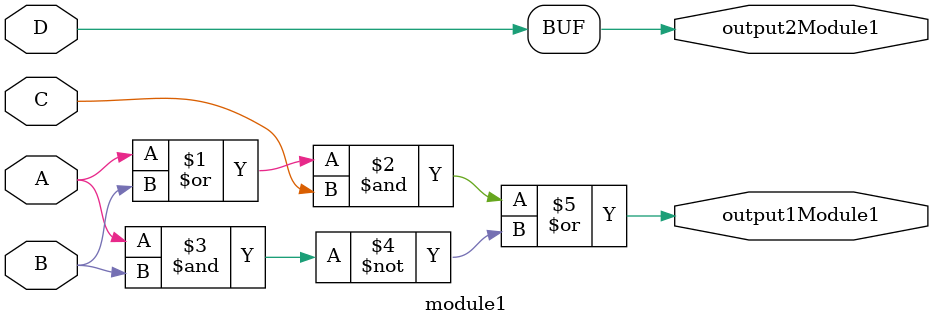
<source format=v>
module module1(A, B, C, D, output1Module1, output2Module1);

    input A, B, C, D;
    output output1Module1, output2Module1;

    assign output1Module1 = ((A | B) & C) | (~(A & B));
    assign output2Module1 = D;

endmodule
</source>
